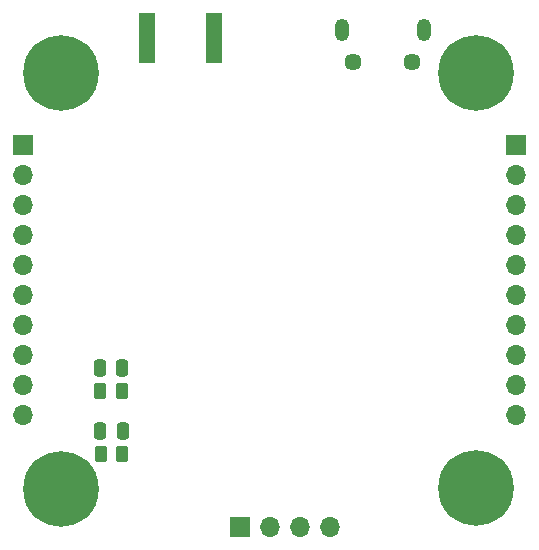
<source format=gbs>
%TF.GenerationSoftware,KiCad,Pcbnew,(7.0.0)*%
%TF.CreationDate,2023-11-22T19:41:51+05:30*%
%TF.ProjectId,Drone_Controller_3.0,44726f6e-655f-4436-9f6e-74726f6c6c65,rev?*%
%TF.SameCoordinates,Original*%
%TF.FileFunction,Soldermask,Bot*%
%TF.FilePolarity,Negative*%
%FSLAX46Y46*%
G04 Gerber Fmt 4.6, Leading zero omitted, Abs format (unit mm)*
G04 Created by KiCad (PCBNEW (7.0.0)) date 2023-11-22 19:41:51*
%MOMM*%
%LPD*%
G01*
G04 APERTURE LIST*
G04 Aperture macros list*
%AMRoundRect*
0 Rectangle with rounded corners*
0 $1 Rounding radius*
0 $2 $3 $4 $5 $6 $7 $8 $9 X,Y pos of 4 corners*
0 Add a 4 corners polygon primitive as box body*
4,1,4,$2,$3,$4,$5,$6,$7,$8,$9,$2,$3,0*
0 Add four circle primitives for the rounded corners*
1,1,$1+$1,$2,$3*
1,1,$1+$1,$4,$5*
1,1,$1+$1,$6,$7*
1,1,$1+$1,$8,$9*
0 Add four rect primitives between the rounded corners*
20,1,$1+$1,$2,$3,$4,$5,0*
20,1,$1+$1,$4,$5,$6,$7,0*
20,1,$1+$1,$6,$7,$8,$9,0*
20,1,$1+$1,$8,$9,$2,$3,0*%
G04 Aperture macros list end*
%ADD10R,1.350000X4.200000*%
%ADD11C,0.800000*%
%ADD12C,6.400000*%
%ADD13R,1.700000X1.700000*%
%ADD14O,1.700000X1.700000*%
%ADD15O,1.200000X1.900000*%
%ADD16C,1.450000*%
%ADD17RoundRect,0.250000X0.262500X0.450000X-0.262500X0.450000X-0.262500X-0.450000X0.262500X-0.450000X0*%
%ADD18RoundRect,0.250000X0.250000X0.475000X-0.250000X0.475000X-0.250000X-0.475000X0.250000X-0.475000X0*%
%ADD19RoundRect,0.250000X-0.250000X-0.475000X0.250000X-0.475000X0.250000X0.475000X-0.250000X0.475000X0*%
%ADD20RoundRect,0.250000X-0.262500X-0.450000X0.262500X-0.450000X0.262500X0.450000X-0.262500X0.450000X0*%
G04 APERTURE END LIST*
D10*
%TO.C,J1*%
X140086599Y-47828199D03*
X134436599Y-47828199D03*
%TD*%
D11*
%TO.C,H3*%
X124740000Y-85966000D03*
X125442944Y-84268944D03*
X125442944Y-87663056D03*
X127140000Y-83566000D03*
D12*
X127140000Y-85966000D03*
D11*
X127140000Y-88366000D03*
X128837056Y-84268944D03*
X128837056Y-87663056D03*
X129540000Y-85966000D03*
%TD*%
%TO.C,H2*%
X159906000Y-50800000D03*
X160608944Y-49102944D03*
X160608944Y-52497056D03*
X162306000Y-48400000D03*
D12*
X162306000Y-50800000D03*
D11*
X162306000Y-53200000D03*
X164003056Y-49102944D03*
X164003056Y-52497056D03*
X164706000Y-50800000D03*
%TD*%
D13*
%TO.C,J5*%
X165658799Y-56895999D03*
D14*
X165658799Y-59435999D03*
X165658799Y-61975999D03*
X165658799Y-64515999D03*
X165658799Y-67055999D03*
X165658799Y-69595999D03*
X165658799Y-72135999D03*
X165658799Y-74675999D03*
X165658799Y-77215999D03*
X165658799Y-79755999D03*
%TD*%
D13*
%TO.C,J4*%
X123901199Y-56895999D03*
D14*
X123901199Y-59435999D03*
X123901199Y-61975999D03*
X123901199Y-64515999D03*
X123901199Y-67055999D03*
X123901199Y-69595999D03*
X123901199Y-72135999D03*
X123901199Y-74675999D03*
X123901199Y-77215999D03*
X123901199Y-79755999D03*
%TD*%
D15*
%TO.C,J7*%
X157881199Y-47124099D03*
D16*
X156881200Y-49824100D03*
X151881200Y-49824100D03*
D15*
X150881199Y-47124099D03*
%TD*%
D13*
%TO.C,J6*%
X142300799Y-89204799D03*
D14*
X144840799Y-89204799D03*
X147380799Y-89204799D03*
X149920799Y-89204799D03*
%TD*%
D11*
%TO.C,H4*%
X159906000Y-85932944D03*
X160608944Y-84235888D03*
X160608944Y-87630000D03*
X162306000Y-83532944D03*
D12*
X162306000Y-85932944D03*
D11*
X162306000Y-88332944D03*
X164003056Y-84235888D03*
X164003056Y-87630000D03*
X164706000Y-85932944D03*
%TD*%
%TO.C,H1*%
X124740000Y-50800000D03*
X125442944Y-49102944D03*
X125442944Y-52497056D03*
X127140000Y-48400000D03*
D12*
X127140000Y-50800000D03*
D11*
X127140000Y-53200000D03*
X128837056Y-49102944D03*
X128837056Y-52497056D03*
X129540000Y-50800000D03*
%TD*%
D17*
%TO.C,R11*%
X132279400Y-77724000D03*
X130454400Y-77724000D03*
%TD*%
D18*
%TO.C,C24*%
X132318800Y-75793600D03*
X130418800Y-75793600D03*
%TD*%
D19*
%TO.C,C22*%
X130469600Y-81076800D03*
X132369600Y-81076800D03*
%TD*%
D20*
%TO.C,FB1*%
X130505200Y-83007200D03*
X132330200Y-83007200D03*
%TD*%
M02*

</source>
